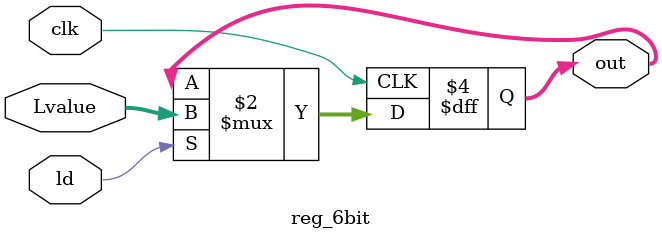
<source format=v>
`timescale 1ns / 1ns


module reg_6bit(
    input clk,
    input ld,
    input [5:0] Lvalue,
    output reg [5:0] out
);
    always @(posedge clk) begin
        if (ld) begin
            out <= Lvalue;
        end
    end
endmodule
</source>
